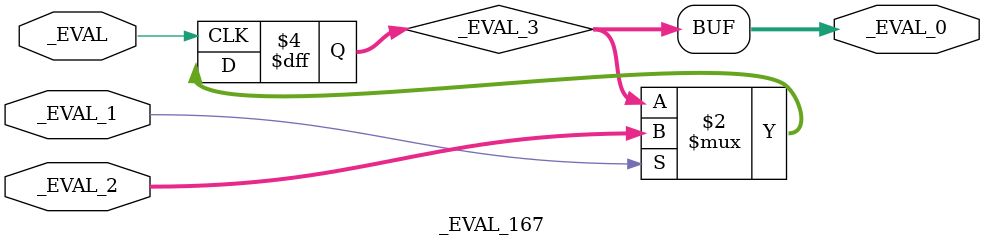
<source format=v>
module _EVAL_167(
  input         _EVAL,
  output [42:0] _EVAL_0,
  input         _EVAL_1,
  input  [42:0] _EVAL_2
);
`ifdef RANDOMIZE_REG_INIT
  reg [63:0] _RAND_0;
`endif // RANDOMIZE_REG_INIT
  reg [42:0] _EVAL_3;
  assign _EVAL_0 = _EVAL_3;
  always @(posedge _EVAL) begin
    if (_EVAL_1) begin
      _EVAL_3 <= _EVAL_2;
    end
  end
// Register and memory initialization
`ifdef RANDOMIZE_GARBAGE_ASSIGN
`define RANDOMIZE
`endif
`ifdef RANDOMIZE_INVALID_ASSIGN
`define RANDOMIZE
`endif
`ifdef RANDOMIZE_REG_INIT
`define RANDOMIZE
`endif
`ifdef RANDOMIZE_MEM_INIT
`define RANDOMIZE
`endif
`ifndef RANDOM
`define RANDOM $random
`endif
`ifdef RANDOMIZE_MEM_INIT
  integer initvar;
`endif
`ifndef SYNTHESIS
`ifdef FIRRTL_BEFORE_INITIAL
`FIRRTL_BEFORE_INITIAL
`endif
initial begin
  `ifdef RANDOMIZE
    `ifdef INIT_RANDOM
      `INIT_RANDOM
    `endif
    `ifndef VERILATOR
      `ifdef RANDOMIZE_DELAY
        #`RANDOMIZE_DELAY begin end
      `else
        #0.002 begin end
      `endif
    `endif
`ifdef RANDOMIZE_REG_INIT
  _RAND_0 = {2{`RANDOM}};
  _EVAL_3 = _RAND_0[42:0];
`endif // RANDOMIZE_REG_INIT
  `endif // RANDOMIZE
end // initial
`ifdef FIRRTL_AFTER_INITIAL
`FIRRTL_AFTER_INITIAL
`endif
`endif // SYNTHESIS
endmodule

</source>
